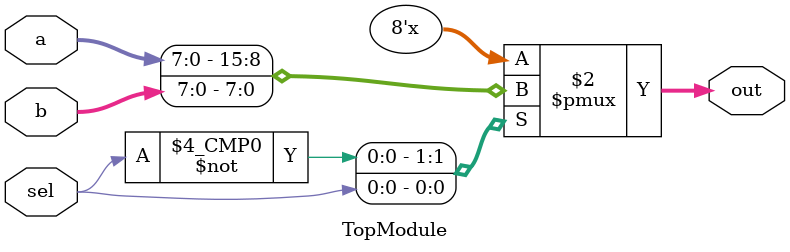
<source format=sv>

module TopModule (
  input sel,
  input [7:0] a,
  input [7:0] b,
  output reg [7:0] out
);
always @(*) begin
    case(sel)
        1'b0: out = a;
        1'b1: out = b;
        default: out = {8{1'bx}}; // Handle undefined cases if necessary
    endcase
end
endmodule

</source>
